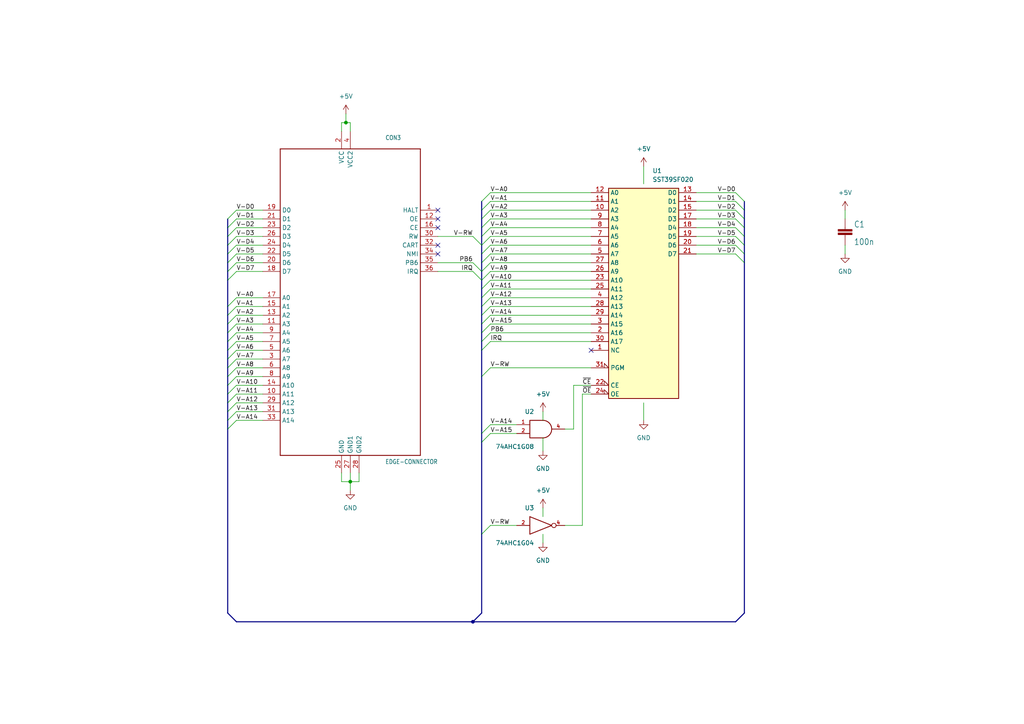
<source format=kicad_sch>
(kicad_sch (version 20211123) (generator eeschema)
  (paper "A4")
  (lib_symbols
    (symbol "74xGxx:74AHC1G04" (pin_names (offset 1.016))
      (property "Reference" "U" (at -2.54 3.81 0))
      (property "Value" "74AHC1G04" (at 0 -3.81 0))
      (symbol "74AHC1G04_0_1"
        (polyline (pts (xy -3.81 2.54) (xy -3.81 -2.54) (xy 2.54 0) (xy -3.81 2.54)) (stroke (width 0.254)))
      )
      (symbol "74AHC1G04_1_1"
        (pin input line (at -7.62 0 0) (length 3.81) (name "~") (number "2"))
        (pin power_in line (at 0 -2.54 270) (length 0) hide (name "GND") (number "3"))
        (pin output inverted (at 6.35 0 180) (length 3.81) (name "~") (number "4"))
        (pin power_in line (at 0 2.54 90) (length 0) hide (name "VCC") (number "5"))
      )
    )
    (symbol "74xGxx:74AHC1G08" (pin_names (offset 1.016))
      (property "Reference" "U" (at -2.54 3.81 0))
      (property "Value" "74AHC1G08" (at 0 -3.81 0))
      (symbol "74AHC1G08_0_1"
        (arc (start 0 -2.54) (mid 2.54 0) (end 0 2.54) (stroke (width 0.254)))
        (polyline (pts (xy 0 -2.54) (xy -3.81 -2.54) (xy -3.81 2.54) (xy 0 2.54)) (stroke (width 0.254)))
      )
      (symbol "74AHC1G08_1_1"
        (pin input line (at -7.62 1.27 0) (length 3.81) (name "~") (number "1"))
        (pin input line (at -7.62 -1.27 0) (length 3.81) (name "~") (number "2"))
        (pin power_in line (at 0 -2.54 270) (length 0) hide (name "GND") (number "3"))
        (pin output line (at 6.35 0 180) (length 3.81) (name "~") (number "4"))
        (pin power_in line (at 0 2.54 90) (length 0) hide (name "VCC") (number "5"))
      )
    )
    (symbol "Memory_Flash:SST39SF020"
      (property "Reference" "U" (at 2.54 33.02 0))
      (property "Value" "SST39SF020" (at 0 -30.48 0))
      (symbol "SST39SF020_0_0"
        (pin power_in line (at 0 -30.48 90) (length 1.27) hide (name "GND") (number "16"))
        (pin power_in line (at 0 33.02 270) (length 1.27) hide (name "VCC") (number "32"))
      )
      (symbol "SST39SF020_0_1"
        (rectangle (start -10.16 31.75) (end 10.16 -29.21) (stroke (width 0.254)) (fill (type background)))
      )
      (symbol "SST39SF020_1_1"
        (pin input line (at -15.24 -15.24 0) (length 5.08) (name "NC") (number "1"))
        (pin input line (at -15.24 25.4 0) (length 5.08) (name "A2") (number "10"))
        (pin input line (at -15.24 27.94 0) (length 5.08) (name "A1") (number "11"))
        (pin input line (at -15.24 30.48 0) (length 5.08) (name "A0") (number "12"))
        (pin tri_state line (at 15.24 30.48 180) (length 5.08) (name "D0") (number "13"))
        (pin tri_state line (at 15.24 27.94 180) (length 5.08) (name "D1") (number "14"))
        (pin tri_state line (at 15.24 25.4 180) (length 5.08) (name "D2") (number "15"))
        (pin tri_state line (at 15.24 22.86 180) (length 5.08) (name "D3") (number "17"))
        (pin tri_state line (at 15.24 20.32 180) (length 5.08) (name "D4") (number "18"))
        (pin tri_state line (at 15.24 17.78 180) (length 5.08) (name "D5") (number "19"))
        (pin input line (at -15.24 -10.16 0) (length 5.08) (name "A16") (number "2"))
        (pin tri_state line (at 15.24 15.24 180) (length 5.08) (name "D6") (number "20"))
        (pin tri_state line (at 15.24 12.7 180) (length 5.08) (name "D7") (number "21"))
        (pin input input_low (at -15.24 -25.4 0) (length 5.08) (name "CE") (number "22"))
        (pin input line (at -15.24 5.08 0) (length 5.08) (name "A10") (number "23"))
        (pin input input_low (at -15.24 -27.94 0) (length 5.08) (name "OE") (number "24"))
        (pin input line (at -15.24 2.54 0) (length 5.08) (name "A11") (number "25"))
        (pin input line (at -15.24 7.62 0) (length 5.08) (name "A9") (number "26"))
        (pin input line (at -15.24 10.16 0) (length 5.08) (name "A8") (number "27"))
        (pin input line (at -15.24 -2.54 0) (length 5.08) (name "A13") (number "28"))
        (pin input line (at -15.24 -5.08 0) (length 5.08) (name "A14") (number "29"))
        (pin input line (at -15.24 -7.62 0) (length 5.08) (name "A15") (number "3"))
        (pin input line (at -15.24 -12.7 0) (length 5.08) (name "A17") (number "30"))
        (pin input input_low (at -15.24 -20.32 0) (length 5.08) (name "PGM") (number "31"))
        (pin input line (at -15.24 0 0) (length 5.08) (name "A12") (number "4"))
        (pin input line (at -15.24 12.7 0) (length 5.08) (name "A7") (number "5"))
        (pin input line (at -15.24 15.24 0) (length 5.08) (name "A6") (number "6"))
        (pin input line (at -15.24 17.78 0) (length 5.08) (name "A5") (number "7"))
        (pin input line (at -15.24 20.32 0) (length 5.08) (name "A4") (number "8"))
        (pin input line (at -15.24 22.86 0) (length 5.08) (name "A3") (number "9"))
      )
    )
    (symbol "power:+5V" (power) (pin_names (offset 0))
      (property "Value" "+5V" (at 0 3.556 0))
      (symbol "+5V_0_1"
        (polyline (pts (xy -0.762 1.27) (xy 0 2.54)))
        (polyline (pts (xy 0 0) (xy 0 2.54)))
        (polyline (pts (xy 0 2.54) (xy 0.762 1.27)))
      )
      (symbol "+5V_1_1"
        (pin power_in line (at 0 0 90) (length 0) hide (name "+5V") (number "1"))
      )
    )
    (symbol "power:GND" (power) (pin_names (offset 0))
      (property "Value" "GND" (at 0 -3.81 0))
      (symbol "GND_0_1"
        (polyline (pts (xy 0 0) (xy 0 -1.27) (xy 1.27 -1.27) (xy 0 -2.54) (xy -1.27 -1.27) (xy 0 -1.27)))
      )
      (symbol "GND_1_1"
        (pin power_in line (at 0 0 270) (length 0) hide (name "GND") (number "1"))
      )
    )
    (symbol "vectrex-eagle-import:C-EU050-045X075"
      (property "Reference" "C" (at 1.524 0.381 0))
      (property "Value" "C-EU050-045X075" (at 1.524 -4.699 0))
      (symbol "C-EU050-045X075_1_0"
        (rectangle (start -2.032 -2.032) (end 2.032 -1.524) (fill (type outline)))
        (rectangle (start -2.032 -1.016) (end 2.032 -0.508) (fill (type outline)))
        (polyline (pts (xy 0 -2.54) (xy 0 -2.032)) (stroke (width 0.1524)))
        (polyline (pts (xy 0 0) (xy 0 -0.508)) (stroke (width 0.1524)))
        (pin passive line (at 0 2.54 270) (length 2.54) (name "1") (number "1"))
        (pin passive line (at 0 -5.08 90) (length 2.54) (name "2") (number "2"))
      )
    )
    (symbol "vectrex-eagle-import:EDGE-CONNECTOR"
      (property "Value" "EDGE-CONNECTOR" (at 22.86 -55.88 0))
      (symbol "EDGE-CONNECTOR_1_0"
        (polyline (pts (xy -7.62 -53.34) (xy -7.62 35.56)) (stroke (width 0.254)))
        (polyline (pts (xy -7.62 35.56) (xy 33.02 35.56)) (stroke (width 0.254)))
        (polyline (pts (xy 33.02 -53.34) (xy -7.62 -53.34)) (stroke (width 0.254)))
        (polyline (pts (xy 33.02 35.56) (xy 33.02 -53.34)) (stroke (width 0.254)))
        (pin bidirectional line (at 38.1 17.78 180) (length 5.08) (name "HALT") (number "1"))
        (pin bidirectional line (at -12.7 -35.56 0) (length 5.08) (name "A11") (number "10"))
        (pin bidirectional line (at -12.7 -15.24 0) (length 5.08) (name "A3") (number "11"))
        (pin bidirectional line (at 38.1 15.24 180) (length 5.08) (name "OE") (number "12"))
        (pin bidirectional line (at -12.7 -12.7 0) (length 5.08) (name "A2") (number "13"))
        (pin bidirectional line (at -12.7 -33.02 0) (length 5.08) (name "A10") (number "14"))
        (pin bidirectional line (at -12.7 -10.16 0) (length 5.08) (name "A1") (number "15"))
        (pin bidirectional line (at 38.1 12.7 180) (length 5.08) (name "CE") (number "16"))
        (pin bidirectional line (at -12.7 -7.62 0) (length 5.08) (name "A0") (number "17"))
        (pin bidirectional line (at -12.7 0 0) (length 5.08) (name "D7") (number "18"))
        (pin bidirectional line (at -12.7 17.78 0) (length 5.08) (name "D0") (number "19"))
        (pin bidirectional line (at 10.16 40.64 270) (length 5.08) (name "VCC") (number "2"))
        (pin bidirectional line (at -12.7 2.54 0) (length 5.08) (name "D6") (number "20"))
        (pin bidirectional line (at -12.7 15.24 0) (length 5.08) (name "D1") (number "21"))
        (pin bidirectional line (at -12.7 5.08 0) (length 5.08) (name "D5") (number "22"))
        (pin bidirectional line (at -12.7 12.7 0) (length 5.08) (name "D2") (number "23"))
        (pin bidirectional line (at -12.7 7.62 0) (length 5.08) (name "D4") (number "24"))
        (pin bidirectional line (at 10.16 -58.42 90) (length 5.08) (name "GND") (number "25"))
        (pin bidirectional line (at -12.7 10.16 0) (length 5.08) (name "D3") (number "26"))
        (pin bidirectional line (at 12.7 -58.42 90) (length 5.08) (name "GND1") (number "27"))
        (pin bidirectional line (at 15.24 -58.42 90) (length 5.08) (name "GND2") (number "28"))
        (pin bidirectional line (at -12.7 -38.1 0) (length 5.08) (name "A12") (number "29"))
        (pin bidirectional line (at -12.7 -25.4 0) (length 5.08) (name "A7") (number "3"))
        (pin bidirectional line (at 38.1 10.16 180) (length 5.08) (name "RW") (number "30"))
        (pin bidirectional line (at -12.7 -40.64 0) (length 5.08) (name "A13") (number "31"))
        (pin bidirectional line (at 38.1 7.62 180) (length 5.08) (name "CART") (number "32"))
        (pin bidirectional line (at -12.7 -43.18 0) (length 5.08) (name "A14") (number "33"))
        (pin bidirectional line (at 38.1 5.08 180) (length 5.08) (name "NMI") (number "34"))
        (pin bidirectional line (at 38.1 2.54 180) (length 5.08) (name "PB6") (number "35"))
        (pin bidirectional line (at 38.1 0 180) (length 5.08) (name "IRQ") (number "36"))
        (pin bidirectional line (at 12.7 40.64 270) (length 5.08) (name "VCC2") (number "4"))
        (pin bidirectional line (at -12.7 -22.86 0) (length 5.08) (name "A6") (number "5"))
        (pin bidirectional line (at -12.7 -27.94 0) (length 5.08) (name "A8") (number "6"))
        (pin bidirectional line (at -12.7 -20.32 0) (length 5.08) (name "A5") (number "7"))
        (pin bidirectional line (at -12.7 -30.48 0) (length 5.08) (name "A9") (number "8"))
        (pin bidirectional line (at -12.7 -17.78 0) (length 5.08) (name "A4") (number "9"))
      )
    )
  )
  (junction (at 137.16 180.34))
  (junction (at 101.6 139.7))
  (junction (at 100.33 35.56))
  (no_connect (at 127 66.04))
  (no_connect (at 127 71.12))
  (no_connect (at 127 73.66))
  (no_connect (at 127 60.96))
  (no_connect (at 127 63.5))
  (no_connect (at 171.45 101.6))
  (bus_entry (at 68.58 119.38) (size -2.54 2.54))
  (bus_entry (at 68.58 73.66) (size -2.54 2.54))
  (bus_entry (at 213.36 66.04) (size 2.54 2.54))
  (bus_entry (at 68.58 66.04) (size -2.54 2.54))
  (bus_entry (at 142.24 78.74) (size -2.54 2.54))
  (bus_entry (at 142.24 68.58) (size -2.54 2.54))
  (bus_entry (at 142.24 55.88) (size -2.54 2.54))
  (bus_entry (at 142.24 93.98) (size -2.54 2.54))
  (bus_entry (at 68.58 60.96) (size -2.54 2.54))
  (bus_entry (at 142.24 60.96) (size -2.54 2.54))
  (bus_entry (at 142.24 81.28) (size -2.54 2.54))
  (bus_entry (at 68.58 104.14) (size -2.54 2.54))
  (bus_entry (at 142.24 58.42) (size -2.54 2.54))
  (bus_entry (at 68.58 116.84) (size -2.54 2.54))
  (bus_entry (at 68.58 99.06) (size -2.54 2.54))
  (bus_entry (at 68.58 91.44) (size -2.54 2.54))
  (bus_entry (at 142.24 73.66) (size -2.54 2.54))
  (bus_entry (at 68.58 96.52) (size -2.54 2.54))
  (bus_entry (at 68.58 93.98) (size -2.54 2.54))
  (bus_entry (at 68.58 78.74) (size -2.54 2.54))
  (bus_entry (at 68.58 106.68) (size -2.54 2.54))
  (bus_entry (at 139.7 154.94) (size 2.54 -2.54))
  (bus_entry (at 142.24 123.19) (size -2.54 2.54))
  (bus_entry (at 137.16 68.58) (size 2.54 2.54))
  (bus_entry (at 213.36 68.58) (size 2.54 2.54))
  (bus_entry (at 142.24 71.12) (size -2.54 2.54))
  (bus_entry (at 142.24 66.04) (size -2.54 2.54))
  (bus_entry (at 68.58 76.2) (size -2.54 2.54))
  (bus_entry (at 68.58 109.22) (size -2.54 2.54))
  (bus_entry (at 142.24 96.52) (size -2.54 2.54))
  (bus_entry (at 142.24 99.06) (size -2.54 2.54))
  (bus_entry (at 142.24 83.82) (size -2.54 2.54))
  (bus_entry (at 142.24 63.5) (size -2.54 2.54))
  (bus_entry (at 68.58 71.12) (size -2.54 2.54))
  (bus_entry (at 213.36 73.66) (size 2.54 2.54))
  (bus_entry (at 213.36 63.5) (size 2.54 2.54))
  (bus_entry (at 68.58 63.5) (size -2.54 2.54))
  (bus_entry (at 68.58 101.6) (size -2.54 2.54))
  (bus_entry (at 142.24 88.9) (size -2.54 2.54))
  (bus_entry (at 68.58 88.9) (size -2.54 2.54))
  (bus_entry (at 68.58 111.76) (size -2.54 2.54))
  (bus_entry (at 68.58 114.3) (size -2.54 2.54))
  (bus_entry (at 68.58 68.58) (size -2.54 2.54))
  (bus_entry (at 142.24 91.44) (size -2.54 2.54))
  (bus_entry (at 213.36 58.42) (size 2.54 2.54))
  (bus_entry (at 213.36 55.88) (size 2.54 2.54))
  (bus_entry (at 142.24 86.36) (size -2.54 2.54))
  (bus_entry (at 142.24 76.2) (size -2.54 2.54))
  (bus_entry (at 142.24 106.68) (size -2.54 2.54))
  (bus_entry (at 213.36 60.96) (size 2.54 2.54))
  (bus_entry (at 68.58 86.36) (size -2.54 2.54))
  (bus_entry (at 68.58 121.92) (size -2.54 2.54))
  (bus_entry (at 213.36 71.12) (size 2.54 2.54))
  (bus_entry (at 142.24 125.73) (size -2.54 2.54))
  (bus_entry (at 137.16 76.2) (size 2.54 2.54))
  (bus_entry (at 137.16 78.74) (size 2.54 2.54))
  (wire (pts (xy 245.11 60.96) (xy 245.11 63.5)))
  (bus (pts (xy 139.7 76.2) (xy 139.7 73.66)))
  (bus (pts (xy 66.04 68.58) (xy 66.04 66.04)))
  (wire (pts (xy 142.24 55.88) (xy 171.45 55.88)))
  (wire (pts (xy 168.91 114.3) (xy 168.91 152.4)))
  (bus (pts (xy 66.04 116.84) (xy 66.04 114.3)))
  (wire (pts (xy 186.69 116.84) (xy 186.69 121.92)))
  (wire (pts (xy 142.24 152.4) (xy 149.86 152.4)))
  (wire (pts (xy 142.24 86.36) (xy 171.45 86.36)))
  (bus (pts (xy 66.04 71.12) (xy 66.04 68.58)))
  (wire (pts (xy 68.58 104.14) (xy 76.2 104.14)))
  (bus (pts (xy 215.9 71.12) (xy 215.9 68.58)))
  (bus (pts (xy 215.9 63.5) (xy 215.9 60.96)))
  (wire (pts (xy 166.37 124.46) (xy 166.37 111.76)))
  (wire (pts (xy 171.45 114.3) (xy 168.91 114.3)))
  (wire (pts (xy 142.24 60.96) (xy 171.45 60.96)))
  (wire (pts (xy 186.69 48.26) (xy 186.69 53.34)))
  (wire (pts (xy 68.58 73.66) (xy 76.2 73.66)))
  (bus (pts (xy 215.9 76.2) (xy 215.9 73.66)))
  (wire (pts (xy 142.24 88.9) (xy 171.45 88.9)))
  (wire (pts (xy 157.48 119.38) (xy 157.48 121.92)))
  (wire (pts (xy 68.58 88.9) (xy 76.2 88.9)))
  (bus (pts (xy 139.7 99.06) (xy 139.7 101.6)))
  (wire (pts (xy 142.24 96.52) (xy 171.45 96.52)))
  (wire (pts (xy 142.24 99.06) (xy 171.45 99.06)))
  (wire (pts (xy 68.58 114.3) (xy 76.2 114.3)))
  (wire (pts (xy 163.83 124.46) (xy 166.37 124.46)))
  (bus (pts (xy 66.04 121.92) (xy 66.04 119.38)))
  (wire (pts (xy 163.83 152.4) (xy 168.91 152.4)))
  (wire (pts (xy 142.24 58.42) (xy 171.45 58.42)))
  (wire (pts (xy 101.6 139.7) (xy 101.6 142.24)))
  (bus (pts (xy 215.9 73.66) (xy 215.9 71.12)))
  (wire (pts (xy 142.24 106.68) (xy 171.45 106.68)))
  (wire (pts (xy 68.58 111.76) (xy 76.2 111.76)))
  (bus (pts (xy 215.9 177.8) (xy 213.36 180.34)))
  (wire (pts (xy 142.24 63.5) (xy 171.45 63.5)))
  (wire (pts (xy 101.6 139.7) (xy 101.6 137.16)))
  (bus (pts (xy 139.7 91.44) (xy 139.7 88.9)))
  (bus (pts (xy 139.7 66.04) (xy 139.7 63.5)))
  (wire (pts (xy 142.24 71.12) (xy 171.45 71.12)))
  (wire (pts (xy 142.24 123.19) (xy 149.86 123.19)))
  (wire (pts (xy 142.24 125.73) (xy 149.86 125.73)))
  (wire (pts (xy 68.58 106.68) (xy 76.2 106.68)))
  (wire (pts (xy 99.06 35.56) (xy 99.06 38.1)))
  (wire (pts (xy 68.58 66.04) (xy 76.2 66.04)))
  (wire (pts (xy 68.58 76.2) (xy 76.2 76.2)))
  (bus (pts (xy 139.7 101.6) (xy 139.7 109.22)))
  (bus (pts (xy 66.04 93.98) (xy 66.04 91.44)))
  (bus (pts (xy 215.9 177.8) (xy 215.9 76.2)))
  (bus (pts (xy 66.04 81.28) (xy 66.04 78.74)))
  (bus (pts (xy 215.9 68.58) (xy 215.9 66.04)))
  (bus (pts (xy 215.9 66.04) (xy 215.9 63.5)))
  (wire (pts (xy 245.11 71.12) (xy 245.11 73.66)))
  (wire (pts (xy 201.93 60.96) (xy 213.36 60.96)))
  (bus (pts (xy 139.7 81.28) (xy 139.7 78.74)))
  (bus (pts (xy 66.04 73.66) (xy 66.04 71.12)))
  (wire (pts (xy 68.58 96.52) (xy 76.2 96.52)))
  (bus (pts (xy 66.04 109.22) (xy 66.04 106.68)))
  (wire (pts (xy 68.58 99.06) (xy 76.2 99.06)))
  (wire (pts (xy 68.58 68.58) (xy 76.2 68.58)))
  (wire (pts (xy 157.48 127) (xy 157.48 130.81)))
  (bus (pts (xy 139.7 128.27) (xy 139.7 154.94)))
  (bus (pts (xy 139.7 78.74) (xy 139.7 76.2)))
  (wire (pts (xy 104.14 139.7) (xy 104.14 137.16)))
  (wire (pts (xy 68.58 60.96) (xy 76.2 60.96)))
  (bus (pts (xy 66.04 66.04) (xy 66.04 63.5)))
  (bus (pts (xy 66.04 101.6) (xy 66.04 99.06)))
  (bus (pts (xy 66.04 106.68) (xy 66.04 104.14)))
  (wire (pts (xy 68.58 78.74) (xy 76.2 78.74)))
  (bus (pts (xy 139.7 125.73) (xy 139.7 128.27)))
  (bus (pts (xy 215.9 58.42) (xy 215.9 60.96)))
  (bus (pts (xy 139.7 71.12) (xy 139.7 68.58)))
  (wire (pts (xy 68.58 71.12) (xy 76.2 71.12)))
  (bus (pts (xy 139.7 154.94) (xy 139.7 177.8)))
  (wire (pts (xy 100.33 35.56) (xy 101.6 35.56)))
  (wire (pts (xy 100.33 33.02) (xy 100.33 35.56)))
  (bus (pts (xy 68.58 180.34) (xy 137.16 180.34)))
  (bus (pts (xy 66.04 177.8) (xy 68.58 180.34)))
  (wire (pts (xy 142.24 83.82) (xy 171.45 83.82)))
  (wire (pts (xy 142.24 78.74) (xy 171.45 78.74)))
  (wire (pts (xy 142.24 66.04) (xy 171.45 66.04)))
  (wire (pts (xy 68.58 86.36) (xy 76.2 86.36)))
  (bus (pts (xy 66.04 124.46) (xy 66.04 121.92)))
  (wire (pts (xy 68.58 119.38) (xy 76.2 119.38)))
  (wire (pts (xy 68.58 93.98) (xy 76.2 93.98)))
  (wire (pts (xy 99.06 35.56) (xy 100.33 35.56)))
  (wire (pts (xy 142.24 81.28) (xy 171.45 81.28)))
  (bus (pts (xy 66.04 111.76) (xy 66.04 109.22)))
  (wire (pts (xy 68.58 63.5) (xy 76.2 63.5)))
  (bus (pts (xy 139.7 73.66) (xy 139.7 71.12)))
  (wire (pts (xy 201.93 73.66) (xy 213.36 73.66)))
  (bus (pts (xy 66.04 78.74) (xy 66.04 76.2)))
  (wire (pts (xy 99.06 139.7) (xy 101.6 139.7)))
  (wire (pts (xy 201.93 66.04) (xy 213.36 66.04)))
  (wire (pts (xy 127 76.2) (xy 137.16 76.2)))
  (wire (pts (xy 201.93 71.12) (xy 213.36 71.12)))
  (wire (pts (xy 68.58 109.22) (xy 76.2 109.22)))
  (wire (pts (xy 201.93 68.58) (xy 213.36 68.58)))
  (bus (pts (xy 139.7 177.8) (xy 137.16 180.34)))
  (bus (pts (xy 139.7 88.9) (xy 139.7 86.36)))
  (wire (pts (xy 157.48 154.94) (xy 157.48 157.48)))
  (wire (pts (xy 68.58 121.92) (xy 76.2 121.92)))
  (bus (pts (xy 66.04 177.8) (xy 66.04 124.46)))
  (bus (pts (xy 137.16 180.34) (xy 213.36 180.34)))
  (wire (pts (xy 201.93 55.88) (xy 213.36 55.88)))
  (wire (pts (xy 101.6 35.56) (xy 101.6 38.1)))
  (wire (pts (xy 68.58 91.44) (xy 76.2 91.44)))
  (wire (pts (xy 142.24 91.44) (xy 171.45 91.44)))
  (wire (pts (xy 157.48 147.32) (xy 157.48 149.86)))
  (bus (pts (xy 139.7 68.58) (xy 139.7 66.04)))
  (bus (pts (xy 66.04 81.28) (xy 66.04 88.9)))
  (wire (pts (xy 68.58 101.6) (xy 76.2 101.6)))
  (wire (pts (xy 142.24 68.58) (xy 171.45 68.58)))
  (wire (pts (xy 201.93 63.5) (xy 213.36 63.5)))
  (bus (pts (xy 139.7 86.36) (xy 139.7 83.82)))
  (bus (pts (xy 66.04 99.06) (xy 66.04 96.52)))
  (bus (pts (xy 139.7 83.82) (xy 139.7 81.28)))
  (bus (pts (xy 139.7 109.22) (xy 139.7 125.73)))
  (bus (pts (xy 139.7 93.98) (xy 139.7 91.44)))
  (wire (pts (xy 142.24 73.66) (xy 171.45 73.66)))
  (wire (pts (xy 166.37 111.76) (xy 171.45 111.76)))
  (bus (pts (xy 66.04 91.44) (xy 66.04 88.9)))
  (bus (pts (xy 66.04 96.52) (xy 66.04 93.98)))
  (bus (pts (xy 139.7 93.98) (xy 139.7 96.52)))
  (bus (pts (xy 66.04 114.3) (xy 66.04 111.76)))
  (bus (pts (xy 66.04 76.2) (xy 66.04 73.66)))
  (wire (pts (xy 127 68.58) (xy 137.16 68.58)))
  (bus (pts (xy 139.7 63.5) (xy 139.7 60.96)))
  (wire (pts (xy 127 78.74) (xy 137.16 78.74)))
  (wire (pts (xy 142.24 76.2) (xy 171.45 76.2)))
  (wire (pts (xy 99.06 139.7) (xy 99.06 137.16)))
  (bus (pts (xy 139.7 60.96) (xy 139.7 58.42)))
  (bus (pts (xy 66.04 119.38) (xy 66.04 116.84)))
  (wire (pts (xy 68.58 116.84) (xy 76.2 116.84)))
  (bus (pts (xy 66.04 104.14) (xy 66.04 101.6)))
  (wire (pts (xy 142.24 93.98) (xy 171.45 93.98)))
  (wire (pts (xy 201.93 58.42) (xy 213.36 58.42)))
  (wire (pts (xy 101.6 139.7) (xy 104.14 139.7)))
  (bus (pts (xy 139.7 96.52) (xy 139.7 99.06)))
  (label "V-A2" (at 142.24 60.96 0) (effects (font (size 1.2446 1.2446))))
  (label "IRQ" (at 137.16 78.74 180))
  (label "V-D2" (at 68.58 66.04 0) (effects (font (size 1.2446 1.2446))))
  (label "V-A1" (at 68.58 88.9 0) (effects (font (size 1.2446 1.2446))))
  (label "~{CE}" (at 168.91 111.76 0))
  (label "V-A13" (at 68.58 119.38 0) (effects (font (size 1.2446 1.2446))))
  (label "V-A3" (at 142.24 63.5 0) (effects (font (size 1.2446 1.2446))))
  (label "V-RW" (at 137.16 68.58 180))
  (label "V-A9" (at 142.24 78.74 0) (effects (font (size 1.2446 1.2446))))
  (label "V-D6" (at 213.36 71.12 180) (effects (font (size 1.2446 1.2446))))
  (label "IRQ" (at 142.24 99.06 0))
  (label "V-D4" (at 213.36 66.04 180) (effects (font (size 1.2446 1.2446))))
  (label "V-D3" (at 213.36 63.5 180) (effects (font (size 1.2446 1.2446))))
  (label "V-A12" (at 142.24 86.36 0) (effects (font (size 1.2446 1.2446))))
  (label "V-A10" (at 142.24 81.28 0) (effects (font (size 1.2446 1.2446))))
  (label "V-D0" (at 213.36 55.88 180) (effects (font (size 1.2446 1.2446))))
  (label "V-A6" (at 68.58 101.6 0) (effects (font (size 1.2446 1.2446))))
  (label "V-A13" (at 142.24 88.9 0) (effects (font (size 1.2446 1.2446))))
  (label "V-RW" (at 142.24 106.68 0))
  (label "V-D7" (at 213.36 73.66 180) (effects (font (size 1.2446 1.2446))))
  (label "V-A1" (at 142.24 58.42 0) (effects (font (size 1.2446 1.2446))))
  (label "V-D2" (at 213.36 60.96 180) (effects (font (size 1.2446 1.2446))))
  (label "V-A11" (at 142.24 83.82 0) (effects (font (size 1.2446 1.2446))))
  (label "V-A8" (at 142.24 76.2 0) (effects (font (size 1.2446 1.2446))))
  (label "~{OE}" (at 168.91 114.3 0))
  (label "PB6" (at 142.24 96.52 0))
  (label "V-A4" (at 142.24 66.04 0) (effects (font (size 1.2446 1.2446))))
  (label "V-RW" (at 142.24 152.4 0))
  (label "V-A7" (at 142.24 73.66 0) (effects (font (size 1.2446 1.2446))))
  (label "V-A14" (at 142.24 91.44 0) (effects (font (size 1.2446 1.2446))))
  (label "V-A6" (at 142.24 71.12 0) (effects (font (size 1.2446 1.2446))))
  (label "V-A0" (at 68.58 86.36 0) (effects (font (size 1.2446 1.2446))))
  (label "V-A7" (at 68.58 104.14 0) (effects (font (size 1.2446 1.2446))))
  (label "V-D1" (at 68.58 63.5 0) (effects (font (size 1.2446 1.2446))))
  (label "V-A10" (at 68.58 111.76 0) (effects (font (size 1.2446 1.2446))))
  (label "V-A4" (at 68.58 96.52 0) (effects (font (size 1.2446 1.2446))))
  (label "V-D5" (at 68.58 73.66 0) (effects (font (size 1.2446 1.2446))))
  (label "V-A15" (at 142.24 125.73 0))
  (label "V-A8" (at 68.58 106.68 0) (effects (font (size 1.2446 1.2446))))
  (label "V-A0" (at 142.24 55.88 0) (effects (font (size 1.2446 1.2446))))
  (label "V-A5" (at 142.24 68.58 0) (effects (font (size 1.2446 1.2446))))
  (label "V-D7" (at 68.58 78.74 0) (effects (font (size 1.2446 1.2446))))
  (label "PB6" (at 137.16 76.2 180))
  (label "V-A2" (at 68.58 91.44 0) (effects (font (size 1.2446 1.2446))))
  (label "V-D3" (at 68.58 68.58 0) (effects (font (size 1.2446 1.2446))))
  (label "V-D5" (at 213.36 68.58 180) (effects (font (size 1.2446 1.2446))))
  (label "V-A12" (at 68.58 116.84 0) (effects (font (size 1.2446 1.2446))))
  (label "V-A14" (at 68.58 121.92 0) (effects (font (size 1.2446 1.2446))))
  (label "V-D6" (at 68.58 76.2 0) (effects (font (size 1.2446 1.2446))))
  (label "V-A5" (at 68.58 99.06 0) (effects (font (size 1.2446 1.2446))))
  (label "V-A3" (at 68.58 93.98 0) (effects (font (size 1.2446 1.2446))))
  (label "V-D4" (at 68.58 71.12 0) (effects (font (size 1.2446 1.2446))))
  (label "V-D0" (at 68.58 60.96 0) (effects (font (size 1.2446 1.2446))))
  (label "V-A15" (at 142.24 93.98 0))
  (label "V-A14" (at 142.24 123.19 0))
  (label "V-A9" (at 68.58 109.22 0) (effects (font (size 1.2446 1.2446))))
  (label "V-D1" (at 213.36 58.42 180) (effects (font (size 1.2446 1.2446))))
  (label "V-A11" (at 68.58 114.3 0) (effects (font (size 1.2446 1.2446))))
  (symbol (lib_id "74xGxx:74AHC1G08") (at 157.48 124.46 0) (unit 1)
    (property "Reference" "U2" (at 154.94 119.38 0) (effects (justify right)))
    (property "Value" "74AHC1G08" (at 154.94 129.54 0) (effects (justify right)))
    (property "Footprint" "Package_TO_SOT_SMD:SOT-23-5" (effects hide))
    (property "Datasheet" "http://www.ti.com/lit/sg/scyt129e/scyt129e.pdf" (effects hide))
  )
  (symbol (lib_id "power:GND") (at 157.48 130.81 0) (unit 1)
    (property "Reference" "#PWR0108" (effects hide))
    (property "Value" "GND" (at 157.48 135.89 0))
  )
  (symbol (lib_id "power:GND") (at 245.11 73.66 0) (unit 1)
    (property "Reference" "#PWR0103" (effects hide))
    (property "Value" "GND" (at 245.11 78.74 0))
  )
  (symbol (lib_id "power:+5V") (at 157.48 119.38 0) (unit 1)
    (property "Reference" "#PWR0110" (effects hide))
    (property "Value" "+5V" (at 157.48 114.3 0))
  )
  (symbol (lib_id "power:GND") (at 186.69 121.92 0) (unit 1)
    (property "Reference" "#PWR0106" (effects hide))
    (property "Value" "GND" (at 186.69 127 0))
  )
  (symbol (lib_id "74xGxx:74AHC1G04") (at 157.48 152.4 0) (unit 1)
    (property "Reference" "U3" (at 154.94 147.32 0) (effects (justify right)))
    (property "Value" "74AHC1G04" (at 154.94 157.48 0) (effects (justify right)))
    (property "Footprint" "Package_TO_SOT_SMD:SOT-23-5" (effects hide))
    (property "Datasheet" "http://www.ti.com/lit/sg/scyt129e/scyt129e.pdf" (effects hide))
  )
  (symbol (lib_id "power:+5V") (at 186.69 48.26 0) (unit 1)
    (property "Reference" "#PWR0104" (effects hide))
    (property "Value" "+5V" (at 186.69 43.18 0))
  )
  (symbol (lib_id "power:+5V") (at 157.48 147.32 0) (unit 1)
    (property "Reference" "#PWR0109" (effects hide))
    (property "Value" "+5V" (at 157.48 142.24 0))
  )
  (symbol (lib_id "power:+5V") (at 100.33 33.02 0) (unit 1)
    (property "Reference" "#PWR0101" (effects hide))
    (property "Value" "+5V" (at 100.33 27.94 0))
  )
  (symbol (lib_id "power:GND") (at 157.48 157.48 0) (unit 1)
    (property "Reference" "#PWR0107" (effects hide))
    (property "Value" "GND" (at 157.48 162.56 0))
  )
  (symbol (lib_id "vectrex-eagle-import:C-EU050-045X075") (at 245.11 66.04 0) (unit 1)
    (property "Reference" "C1" (at 247.65 66.04 0) (effects (font (size 1.778 1.5113)) (justify left bottom)))
    (property "Value" "100n" (at 247.65 71.12 0) (effects (font (size 1.778 1.5113)) (justify left bottom)))
    (property "Footprint" "Capacitor_SMD:C_0805_2012Metric" (effects hide))
  )
  (symbol (lib_id "Memory_Flash:SST39SF020") (at 186.69 86.36 0) (unit 1)
    (property "Reference" "U1" (at 189.23 49.53 0) (effects (justify left)))
    (property "Value" "SST39SF020" (at 189.23 52.07 0) (effects (justify left)))
    (property "Footprint" "Package_LCC:PLCC-32_THT-Socket" (effects hide))
    (property "Datasheet" "http://ww1.microchip.com/downloads/en/DeviceDoc/25022B.pdf" (effects hide))
  )
  (symbol (lib_id "power:GND") (at 101.6 142.24 0) (unit 1)
    (property "Reference" "#PWR0105" (effects hide))
    (property "Value" "GND" (at 101.6 147.32 0))
  )
  (symbol (lib_id "vectrex-eagle-import:EDGE-CONNECTOR") (at 88.9 78.74 0) (unit 1)
    (property "Reference" "CON3" (at 111.76 40.64 0) (effects (font (size 1.27 1.0795)) (justify left bottom)))
    (property "Value" "EDGE-CONNECTOR" (at 111.76 134.62 0) (effects (font (size 1.27 1.0795)) (justify left bottom)))
    (property "Footprint" "EDGE-CONNECTOR" (effects hide))
  )
  (symbol (lib_id "power:+5V") (at 245.11 60.96 0) (unit 1)
    (property "Reference" "#PWR0102" (effects hide))
    (property "Value" "+5V" (at 245.11 55.88 0))
  )
)
</source>
